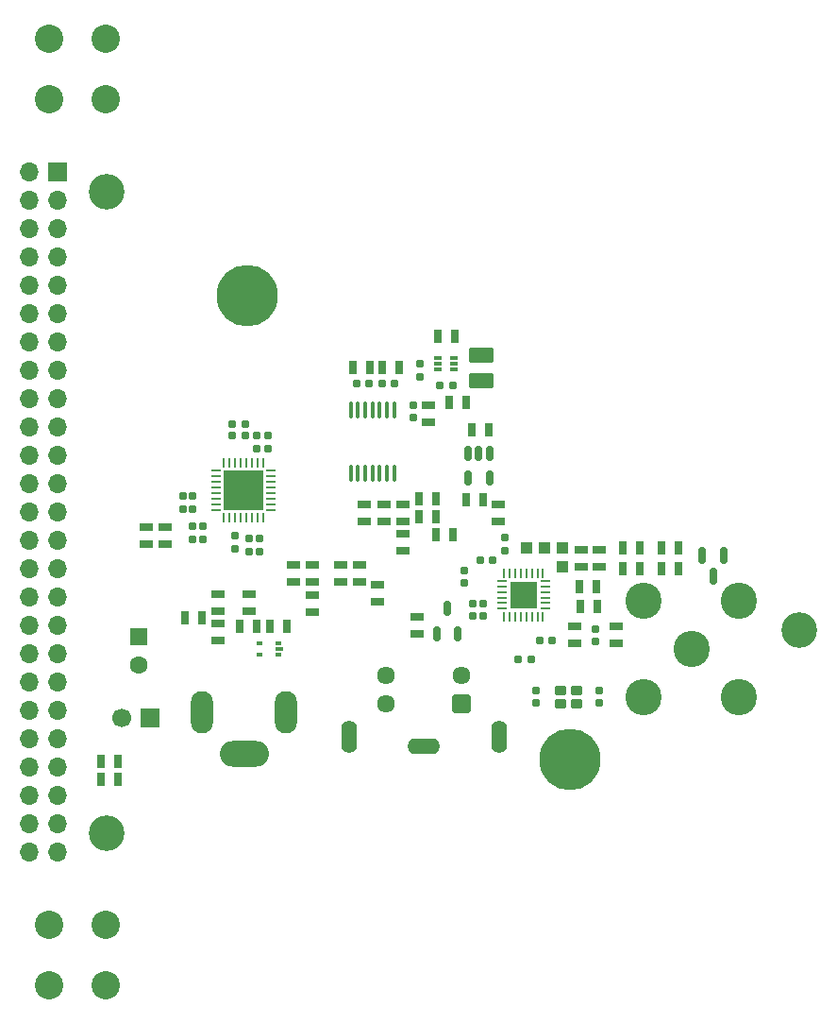
<source format=gbr>
%TF.GenerationSoftware,KiCad,Pcbnew,9.0.1+dfsg-1*%
%TF.CreationDate,2025-04-21T22:05:23+03:00*%
%TF.ProjectId,legacy_av_in,6c656761-6379-45f6-9176-5f696e2e6b69,rev?*%
%TF.SameCoordinates,Original*%
%TF.FileFunction,Soldermask,Top*%
%TF.FilePolarity,Negative*%
%FSLAX46Y46*%
G04 Gerber Fmt 4.6, Leading zero omitted, Abs format (unit mm)*
G04 Created by KiCad (PCBNEW 9.0.1+dfsg-1) date 2025-04-21 22:05:23*
%MOMM*%
%LPD*%
G01*
G04 APERTURE LIST*
G04 Aperture macros list*
%AMRoundRect*
0 Rectangle with rounded corners*
0 $1 Rounding radius*
0 $2 $3 $4 $5 $6 $7 $8 $9 X,Y pos of 4 corners*
0 Add a 4 corners polygon primitive as box body*
4,1,4,$2,$3,$4,$5,$6,$7,$8,$9,$2,$3,0*
0 Add four circle primitives for the rounded corners*
1,1,$1+$1,$2,$3*
1,1,$1+$1,$4,$5*
1,1,$1+$1,$6,$7*
1,1,$1+$1,$8,$9*
0 Add four rect primitives between the rounded corners*
20,1,$1+$1,$2,$3,$4,$5,0*
20,1,$1+$1,$4,$5,$6,$7,0*
20,1,$1+$1,$6,$7,$8,$9,0*
20,1,$1+$1,$8,$9,$2,$3,0*%
%AMFreePoly0*
4,1,14,0.318306,0.106694,0.381694,0.043306,0.400000,-0.000888,0.400000,-0.062500,0.381694,-0.106694,0.337500,-0.125000,-0.337500,-0.125000,-0.381694,-0.106694,-0.400000,-0.062500,-0.400000,0.062500,-0.381694,0.106694,-0.337500,0.125000,0.274112,0.125000,0.318306,0.106694,0.318306,0.106694,$1*%
%AMFreePoly1*
4,1,14,0.381694,0.106694,0.400000,0.062500,0.400000,0.000888,0.381694,-0.043306,0.318306,-0.106694,0.274112,-0.125000,-0.337500,-0.125000,-0.381694,-0.106694,-0.400000,-0.062500,-0.400000,0.062500,-0.381694,0.106694,-0.337500,0.125000,0.337500,0.125000,0.381694,0.106694,0.381694,0.106694,$1*%
%AMFreePoly2*
4,1,14,0.106694,0.381694,0.125000,0.337500,0.125000,-0.337500,0.106694,-0.381694,0.062500,-0.400000,-0.062500,-0.400000,-0.106694,-0.381694,-0.125000,-0.337500,-0.125000,0.274112,-0.106694,0.318306,-0.043306,0.381694,0.000888,0.400000,0.062500,0.400000,0.106694,0.381694,0.106694,0.381694,$1*%
%AMFreePoly3*
4,1,14,0.043306,0.381694,0.106694,0.318306,0.125000,0.274112,0.125000,-0.337500,0.106694,-0.381694,0.062500,-0.400000,-0.062500,-0.400000,-0.106694,-0.381694,-0.125000,-0.337500,-0.125000,0.337500,-0.106694,0.381694,-0.062500,0.400000,-0.000888,0.400000,0.043306,0.381694,0.043306,0.381694,$1*%
%AMFreePoly4*
4,1,14,0.381694,0.106694,0.400000,0.062500,0.400000,-0.062500,0.381694,-0.106694,0.337500,-0.125000,-0.274112,-0.125000,-0.318306,-0.106694,-0.381694,-0.043306,-0.400000,0.000888,-0.400000,0.062500,-0.381694,0.106694,-0.337500,0.125000,0.337500,0.125000,0.381694,0.106694,0.381694,0.106694,$1*%
%AMFreePoly5*
4,1,14,0.381694,0.106694,0.400000,0.062500,0.400000,-0.062500,0.381694,-0.106694,0.337500,-0.125000,-0.337500,-0.125000,-0.381694,-0.106694,-0.400000,-0.062500,-0.400000,-0.000888,-0.381694,0.043306,-0.318306,0.106694,-0.274112,0.125000,0.337500,0.125000,0.381694,0.106694,0.381694,0.106694,$1*%
%AMFreePoly6*
4,1,14,0.106694,0.381694,0.125000,0.337500,0.125000,-0.274112,0.106694,-0.318306,0.043306,-0.381694,-0.000888,-0.400000,-0.062500,-0.400000,-0.106694,-0.381694,-0.125000,-0.337500,-0.125000,0.337500,-0.106694,0.381694,-0.062500,0.400000,0.062500,0.400000,0.106694,0.381694,0.106694,0.381694,$1*%
%AMFreePoly7*
4,1,14,0.106694,0.381694,0.125000,0.337500,0.125000,-0.337500,0.106694,-0.381694,0.062500,-0.400000,0.000888,-0.400000,-0.043306,-0.381694,-0.106694,-0.318306,-0.125000,-0.274112,-0.125000,0.337500,-0.106694,0.381694,-0.062500,0.400000,0.062500,0.400000,0.106694,0.381694,0.106694,0.381694,$1*%
G04 Aperture macros list end*
%ADD10RoundRect,0.155000X0.155000X-0.212500X0.155000X0.212500X-0.155000X0.212500X-0.155000X-0.212500X0*%
%ADD11R,1.700000X1.700000*%
%ADD12O,1.700000X1.700000*%
%ADD13C,2.540000*%
%ADD14R,1.143000X0.635000*%
%ADD15FreePoly0,270.000000*%
%ADD16RoundRect,0.062500X-0.062500X0.337500X-0.062500X-0.337500X0.062500X-0.337500X0.062500X0.337500X0*%
%ADD17FreePoly1,270.000000*%
%ADD18FreePoly2,270.000000*%
%ADD19RoundRect,0.062500X-0.337500X0.062500X-0.337500X-0.062500X0.337500X-0.062500X0.337500X0.062500X0*%
%ADD20FreePoly3,270.000000*%
%ADD21FreePoly4,270.000000*%
%ADD22FreePoly5,270.000000*%
%ADD23FreePoly6,270.000000*%
%ADD24FreePoly7,270.000000*%
%ADD25R,2.400000X2.400000*%
%ADD26R,0.635000X1.143000*%
%ADD27RoundRect,0.155000X0.212500X0.155000X-0.212500X0.155000X-0.212500X-0.155000X0.212500X-0.155000X0*%
%ADD28R,1.000000X1.000000*%
%ADD29C,3.200000*%
%ADD30R,0.500000X0.380000*%
%ADD31R,0.650000X0.300000*%
%ADD32RoundRect,0.250001X-0.849999X0.462499X-0.849999X-0.462499X0.849999X-0.462499X0.849999X0.462499X0*%
%ADD33RoundRect,0.155000X-0.155000X0.212500X-0.155000X-0.212500X0.155000X-0.212500X0.155000X0.212500X0*%
%ADD34RoundRect,0.150000X-0.150000X0.587500X-0.150000X-0.587500X0.150000X-0.587500X0.150000X0.587500X0*%
%ADD35C,5.500000*%
%ADD36RoundRect,0.155000X-0.212500X-0.155000X0.212500X-0.155000X0.212500X0.155000X-0.212500X0.155000X0*%
%ADD37RoundRect,0.102000X-0.704000X-0.704000X0.704000X-0.704000X0.704000X0.704000X-0.704000X0.704000X0*%
%ADD38C,1.612000*%
%ADD39O,2.934000X1.434000*%
%ADD40O,1.434000X2.934000*%
%ADD41O,2.004000X3.804000*%
%ADD42O,4.404000X2.304000*%
%ADD43RoundRect,0.150000X-0.150000X0.512500X-0.150000X-0.512500X0.150000X-0.512500X0.150000X0.512500X0*%
%ADD44R,1.600000X1.600000*%
%ADD45C,1.600000*%
%ADD46RoundRect,0.062500X-0.062500X0.375000X-0.062500X-0.375000X0.062500X-0.375000X0.062500X0.375000X0*%
%ADD47RoundRect,0.062500X-0.375000X0.062500X-0.375000X-0.062500X0.375000X-0.062500X0.375000X0.062500X0*%
%ADD48R,3.600000X3.600000*%
%ADD49RoundRect,0.160000X-0.197500X-0.160000X0.197500X-0.160000X0.197500X0.160000X-0.197500X0.160000X0*%
%ADD50C,3.250000*%
%ADD51RoundRect,0.102000X0.373000X0.323000X-0.373000X0.323000X-0.373000X-0.323000X0.373000X-0.323000X0*%
%ADD52RoundRect,0.160000X-0.160000X0.197500X-0.160000X-0.197500X0.160000X-0.197500X0.160000X0.197500X0*%
%ADD53R,0.700000X0.340000*%
%ADD54RoundRect,0.150000X0.150000X-0.512500X0.150000X0.512500X-0.150000X0.512500X-0.150000X-0.512500X0*%
%ADD55C,1.700000*%
%ADD56RoundRect,0.100000X-0.100000X0.637500X-0.100000X-0.637500X0.100000X-0.637500X0.100000X0.637500X0*%
G04 APERTURE END LIST*
D10*
%TO.C,C16*%
X97180000Y-69319500D03*
X97180000Y-68184500D03*
%TD*%
D11*
%TO.C,J1*%
X48925790Y-27248710D03*
D12*
X46385790Y-27248710D03*
X48925790Y-29788710D03*
X46385790Y-29788710D03*
X48925790Y-32328710D03*
X46385790Y-32328710D03*
X48925790Y-34868710D03*
X46385790Y-34868710D03*
X48925790Y-37408710D03*
X46385790Y-37408710D03*
X48925790Y-39948710D03*
X46385790Y-39948710D03*
X48925790Y-42488710D03*
X46385790Y-42488710D03*
X48925790Y-45028710D03*
X46385790Y-45028710D03*
X48925790Y-47568710D03*
X46385790Y-47568710D03*
X48925790Y-50108710D03*
X46385790Y-50108710D03*
X48925790Y-52648710D03*
X46385790Y-52648710D03*
X48925790Y-55188710D03*
X46385790Y-55188710D03*
X48925790Y-57728710D03*
X46385790Y-57728710D03*
X48925790Y-60268710D03*
X46385790Y-60268710D03*
X48925790Y-62808710D03*
X46385790Y-62808710D03*
X48925790Y-65348710D03*
X46385790Y-65348710D03*
X48925790Y-67888710D03*
X46385790Y-67888710D03*
X48925790Y-70428710D03*
X46385790Y-70428710D03*
X48925790Y-72968710D03*
X46385790Y-72968710D03*
X48925790Y-75508710D03*
X46385790Y-75508710D03*
X48925790Y-78048710D03*
X46385790Y-78048710D03*
X48925790Y-80588710D03*
X46385790Y-80588710D03*
X48925790Y-83128710D03*
X46385790Y-83128710D03*
X48925790Y-85668710D03*
X46385790Y-85668710D03*
X48925790Y-88208710D03*
X46385790Y-88208710D03*
%TD*%
D13*
%TO.C,ST1*%
X53190000Y-15300000D03*
X48110000Y-15300000D03*
X53190000Y-20740000D03*
X48110000Y-20740000D03*
%TD*%
%TO.C,ST2*%
X53190000Y-94720000D03*
X48110000Y-94720000D03*
X53190000Y-100160000D03*
X48110000Y-100160000D03*
%TD*%
D14*
%TO.C,R7*%
X70100000Y-62486000D03*
X70100000Y-64010000D03*
%TD*%
D15*
%TO.C,U2*%
X92470000Y-63190000D03*
D16*
X91970000Y-63190000D03*
X91470000Y-63190000D03*
X90970000Y-63190000D03*
X90470000Y-63190000D03*
X89970000Y-63190000D03*
X89470000Y-63190000D03*
D17*
X88970000Y-63190000D03*
D18*
X88770000Y-63890000D03*
D19*
X88770000Y-64390000D03*
X88770000Y-64890000D03*
X88770000Y-65390000D03*
X88770000Y-65890000D03*
D20*
X88770000Y-66390000D03*
D21*
X88970000Y-67090000D03*
D16*
X89470000Y-67090000D03*
X89970000Y-67090000D03*
X90470000Y-67090000D03*
X90970000Y-67090000D03*
X91470000Y-67090000D03*
X91970000Y-67090000D03*
D22*
X92470000Y-67090000D03*
D23*
X92670000Y-66390000D03*
D19*
X92670000Y-65890000D03*
X92670000Y-65390000D03*
X92670000Y-64890000D03*
X92670000Y-64390000D03*
D24*
X92670000Y-63890000D03*
D25*
X90720000Y-65140000D03*
%TD*%
D26*
%TO.C,FB1*%
X52806000Y-80040000D03*
X54330000Y-80040000D03*
%TD*%
D10*
%TO.C,C23*%
X91850000Y-74830000D03*
X91850000Y-73695000D03*
%TD*%
D14*
%TO.C,R11*%
X58550000Y-60564000D03*
X58550000Y-59040000D03*
%TD*%
D26*
%TO.C,FB2*%
X52806000Y-81700000D03*
X54330000Y-81700000D03*
%TD*%
D27*
%TO.C,C15*%
X65735000Y-49850000D03*
X64600000Y-49850000D03*
%TD*%
%TO.C,C34*%
X87970000Y-62020000D03*
X86835000Y-62020000D03*
%TD*%
D28*
%TO.C,TP3*%
X91000000Y-60920000D03*
%TD*%
D29*
%TO.C,MH3*%
X115500000Y-68270000D03*
%TD*%
D30*
%TO.C,D4*%
X68710000Y-70550000D03*
D31*
X68790000Y-70010000D03*
D30*
X68710000Y-69470000D03*
X67010000Y-69470000D03*
X67010000Y-70550000D03*
%TD*%
D32*
%TO.C,L4*%
X86960000Y-43635000D03*
X86960000Y-45960000D03*
%TD*%
D14*
%TO.C,R6*%
X77630000Y-65734000D03*
X77630000Y-64210000D03*
%TD*%
%TO.C,R9*%
X99010000Y-67980000D03*
X99010000Y-69504000D03*
%TD*%
D33*
%TO.C,C41*%
X86150000Y-65902500D03*
X86150000Y-67037500D03*
%TD*%
D26*
%TO.C,L5*%
X104650000Y-62790000D03*
X103126000Y-62790000D03*
%TD*%
%TO.C,C18*%
X97294000Y-64380000D03*
X95770000Y-64380000D03*
%TD*%
%TO.C,R18*%
X81336000Y-58180000D03*
X82860000Y-58180000D03*
%TD*%
%TO.C,R15*%
X81326000Y-56560000D03*
X82850000Y-56560000D03*
%TD*%
D14*
%TO.C,R14*%
X79880000Y-58550000D03*
X79880000Y-57026000D03*
%TD*%
D28*
%TO.C,TP4*%
X94180000Y-62600000D03*
%TD*%
D26*
%TO.C,L3*%
X101160000Y-60970000D03*
X99636000Y-60970000D03*
%TD*%
D34*
%TO.C,D3*%
X108670000Y-61650000D03*
X106770000Y-61650000D03*
X107720000Y-63525000D03*
%TD*%
D35*
%TO.C,MH4*%
X94900000Y-79930000D03*
%TD*%
D14*
%TO.C,C30*%
X79880000Y-61184000D03*
X79880000Y-59660000D03*
%TD*%
D28*
%TO.C,TP1*%
X94180000Y-60920000D03*
%TD*%
%TO.C,TP2*%
X92590000Y-60920000D03*
%TD*%
D33*
%TO.C,C8*%
X60130000Y-56322500D03*
X60130000Y-57457500D03*
%TD*%
%TO.C,C12*%
X66120000Y-60105000D03*
X66120000Y-61240000D03*
%TD*%
D36*
%TO.C,C27*%
X78022500Y-46220000D03*
X79157500Y-46220000D03*
%TD*%
D37*
%TO.C,J4*%
X85190000Y-74890000D03*
D38*
X78390000Y-74890000D03*
X85190000Y-72390000D03*
X78390000Y-72390000D03*
D39*
X81790000Y-78690000D03*
D40*
X75040000Y-77890000D03*
X88540000Y-77890000D03*
%TD*%
D26*
%TO.C,C17*%
X97310000Y-66200000D03*
X95786000Y-66200000D03*
%TD*%
D14*
%TO.C,R10*%
X56900000Y-60564000D03*
X56900000Y-59040000D03*
%TD*%
D33*
%TO.C,C13*%
X67070000Y-60105000D03*
X67070000Y-61240000D03*
%TD*%
D29*
%TO.C,MH2*%
X53300000Y-86500000D03*
%TD*%
D41*
%TO.C,J3*%
X61887500Y-75700000D03*
X69387500Y-75700000D03*
D42*
X65637500Y-79400000D03*
%TD*%
D33*
%TO.C,C37*%
X87060000Y-65902500D03*
X87060000Y-67037500D03*
%TD*%
D14*
%TO.C,C5*%
X74310000Y-63984000D03*
X74310000Y-62460000D03*
%TD*%
%TO.C,R20*%
X81150000Y-68654000D03*
X81150000Y-67130000D03*
%TD*%
D36*
%TO.C,C36*%
X92165000Y-69210000D03*
X93300000Y-69210000D03*
%TD*%
D14*
%TO.C,L2*%
X95870000Y-62604000D03*
X95870000Y-61080000D03*
%TD*%
D29*
%TO.C,MH1*%
X53300000Y-29000000D03*
%TD*%
D14*
%TO.C,C31*%
X78230000Y-57026000D03*
X78230000Y-58550000D03*
%TD*%
D26*
%TO.C,C20*%
X104654000Y-60970000D03*
X103130000Y-60970000D03*
%TD*%
%TO.C,C39*%
X87594000Y-50320000D03*
X86070000Y-50320000D03*
%TD*%
D43*
%TO.C,U5*%
X87650000Y-52435000D03*
X86700000Y-52435000D03*
X85750000Y-52435000D03*
X85750000Y-54710000D03*
X87650000Y-54710000D03*
%TD*%
D33*
%TO.C,C10*%
X61970000Y-59035000D03*
X61970000Y-60170000D03*
%TD*%
D44*
%TO.C,C42*%
X56220000Y-68940000D03*
D45*
X56220000Y-71440000D03*
%TD*%
D26*
%TO.C,R4*%
X65260000Y-67960000D03*
X66784000Y-67960000D03*
%TD*%
D14*
%TO.C,C19*%
X97540000Y-61076000D03*
X97540000Y-62600000D03*
%TD*%
D26*
%TO.C,C40*%
X87100000Y-56610000D03*
X85576000Y-56610000D03*
%TD*%
D14*
%TO.C,C2*%
X63290000Y-66614000D03*
X63290000Y-65090000D03*
%TD*%
D27*
%TO.C,C14*%
X65745000Y-50830000D03*
X64610000Y-50830000D03*
%TD*%
D26*
%TO.C,C21*%
X101160000Y-62790000D03*
X99636000Y-62790000D03*
%TD*%
D14*
%TO.C,R1*%
X63280000Y-69274000D03*
X63280000Y-67750000D03*
%TD*%
D33*
%TO.C,C1*%
X64870000Y-59882500D03*
X64870000Y-61017500D03*
%TD*%
D46*
%TO.C,U1*%
X67350000Y-53340000D03*
X66850000Y-53340000D03*
X66350000Y-53340000D03*
X65850000Y-53340000D03*
X65350000Y-53340000D03*
X64850000Y-53340000D03*
X64350000Y-53340000D03*
X63850000Y-53340000D03*
D47*
X63162500Y-54027500D03*
X63162500Y-54527500D03*
X63162500Y-55027500D03*
X63162500Y-55527500D03*
X63162500Y-56027500D03*
X63162500Y-56527500D03*
X63162500Y-57027500D03*
X63162500Y-57527500D03*
D46*
X63850000Y-58215000D03*
X64350000Y-58215000D03*
X64850000Y-58215000D03*
X65350000Y-58215000D03*
X65850000Y-58215000D03*
X66350000Y-58215000D03*
X66850000Y-58215000D03*
X67350000Y-58215000D03*
D47*
X68037500Y-57527500D03*
X68037500Y-57027500D03*
X68037500Y-56527500D03*
X68037500Y-56027500D03*
X68037500Y-55527500D03*
X68037500Y-55027500D03*
X68037500Y-54527500D03*
X68037500Y-54027500D03*
D48*
X65600000Y-55777500D03*
%TD*%
D10*
%TO.C,C38*%
X85390000Y-64075000D03*
X85390000Y-62940000D03*
%TD*%
D33*
%TO.C,C11*%
X61000000Y-59035000D03*
X61000000Y-60170000D03*
%TD*%
D49*
%TO.C,R16*%
X83202500Y-46360000D03*
X84397500Y-46360000D03*
%TD*%
D14*
%TO.C,L1*%
X95310000Y-69504000D03*
X95310000Y-67980000D03*
%TD*%
%TO.C,C4*%
X71800000Y-64004000D03*
X71800000Y-62480000D03*
%TD*%
D26*
%TO.C,FB3*%
X82870000Y-59800000D03*
X84394000Y-59800000D03*
%TD*%
D14*
%TO.C,C28*%
X82150000Y-48146000D03*
X82150000Y-49670000D03*
%TD*%
D10*
%TO.C,C7*%
X66810000Y-52030000D03*
X66810000Y-50895000D03*
%TD*%
D49*
%TO.C,R12*%
X90255000Y-70970000D03*
X91450000Y-70970000D03*
%TD*%
D33*
%TO.C,C22*%
X97520000Y-73692500D03*
X97520000Y-74827500D03*
%TD*%
D26*
%TO.C,C24*%
X76914000Y-44770000D03*
X75390000Y-44770000D03*
%TD*%
D33*
%TO.C,C29*%
X80810000Y-48135000D03*
X80810000Y-49270000D03*
%TD*%
D50*
%TO.C,J2*%
X105780000Y-70000000D03*
X110080000Y-74300000D03*
X110080000Y-65700000D03*
X101480000Y-74300000D03*
X101480000Y-65700000D03*
%TD*%
D14*
%TO.C,R13*%
X76420000Y-57036000D03*
X76420000Y-58560000D03*
%TD*%
%TO.C,R8*%
X75990000Y-62466000D03*
X75990000Y-63990000D03*
%TD*%
D26*
%TO.C,R3*%
X69464000Y-67960000D03*
X67940000Y-67960000D03*
%TD*%
D35*
%TO.C,MH5*%
X65950000Y-38360000D03*
%TD*%
D51*
%TO.C,Y1*%
X95490000Y-73740000D03*
X94040000Y-73740000D03*
X94040000Y-74890000D03*
X95490000Y-74890000D03*
%TD*%
D26*
%TO.C,C33*%
X85550000Y-47880000D03*
X84026000Y-47880000D03*
%TD*%
D10*
%TO.C,C35*%
X89010000Y-61170000D03*
X89010000Y-60035000D03*
%TD*%
D52*
%TO.C,R17*%
X81450000Y-44412500D03*
X81450000Y-45607500D03*
%TD*%
D26*
%TO.C,R2*%
X60336000Y-67180000D03*
X61860000Y-67180000D03*
%TD*%
%TO.C,C32*%
X84540000Y-42010000D03*
X83016000Y-42010000D03*
%TD*%
D27*
%TO.C,C25*%
X76877500Y-46220000D03*
X75742500Y-46220000D03*
%TD*%
D53*
%TO.C,U4*%
X84500000Y-44900000D03*
X84500000Y-44400000D03*
X84500000Y-43900000D03*
X83000000Y-43900000D03*
X83000000Y-44400000D03*
X83000000Y-44900000D03*
%TD*%
D14*
%TO.C,R5*%
X71810000Y-66674000D03*
X71810000Y-65150000D03*
%TD*%
D33*
%TO.C,C9*%
X61050000Y-56322500D03*
X61050000Y-57457500D03*
%TD*%
D14*
%TO.C,C3*%
X66120000Y-66604000D03*
X66120000Y-65080000D03*
%TD*%
D54*
%TO.C,Q1*%
X82940000Y-68670000D03*
X84840000Y-68670000D03*
X83890000Y-66395000D03*
%TD*%
D10*
%TO.C,C6*%
X67780000Y-52025000D03*
X67780000Y-50890000D03*
%TD*%
D11*
%TO.C,J5*%
X57205000Y-76180000D03*
D55*
X54665000Y-76180000D03*
%TD*%
D26*
%TO.C,C26*%
X78046000Y-44750000D03*
X79570000Y-44750000D03*
%TD*%
D56*
%TO.C,U3*%
X79100000Y-48547500D03*
X78450000Y-48547500D03*
X77800000Y-48547500D03*
X77150000Y-48547500D03*
X76500000Y-48547500D03*
X75850000Y-48547500D03*
X75200000Y-48547500D03*
X75200000Y-54272500D03*
X75850000Y-54272500D03*
X76500000Y-54272500D03*
X77150000Y-54272500D03*
X77800000Y-54272500D03*
X78450000Y-54272500D03*
X79100000Y-54272500D03*
%TD*%
D14*
%TO.C,R19*%
X88480000Y-58610000D03*
X88480000Y-57086000D03*
%TD*%
M02*

</source>
